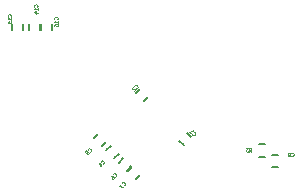
<source format=gbo>
G04 #@! TF.FileFunction,Legend,Bot*
%FSLAX46Y46*%
G04 Gerber Fmt 4.6, Leading zero omitted, Abs format (unit mm)*
G04 Created by KiCad (PCBNEW (2015-02-03 BZR 5404)-product) date Sat 07 Feb 2015 10:18:26 AM CST*
%MOMM*%
G01*
G04 APERTURE LIST*
%ADD10C,0.100000*%
%ADD11C,0.150000*%
%ADD12C,0.076200*%
G04 APERTURE END LIST*
D10*
D11*
X69097499Y-116121348D02*
X69451052Y-116474901D01*
X68779301Y-117146652D02*
X68425748Y-116793099D01*
X64751948Y-112736901D02*
X65105501Y-112383348D01*
X65777252Y-113055099D02*
X65423699Y-113408652D01*
X63280052Y-117885099D02*
X62926499Y-118238652D01*
X62254748Y-117566901D02*
X62608301Y-117213348D01*
X62227252Y-116846099D02*
X61873699Y-117199652D01*
X61201948Y-116527901D02*
X61555501Y-116174348D01*
X64340652Y-118938099D02*
X63987099Y-119291652D01*
X63315348Y-118619901D02*
X63668901Y-118266348D01*
X65088352Y-119672099D02*
X64734799Y-120025652D01*
X64063048Y-119353901D02*
X64416601Y-119000348D01*
X76734500Y-118961000D02*
X76234500Y-118961000D01*
X76234500Y-118011000D02*
X76734500Y-118011000D01*
X55716900Y-107416000D02*
X55716900Y-106916000D01*
X56666900Y-106916000D02*
X56666900Y-107416000D01*
X54225700Y-107402000D02*
X54225700Y-106902000D01*
X55175700Y-106902000D02*
X55175700Y-107402000D01*
X56679500Y-107419000D02*
X56679500Y-106919000D01*
X57629500Y-106919000D02*
X57629500Y-107419000D01*
X75677800Y-118117000D02*
X75177800Y-118117000D01*
X75177800Y-117067000D02*
X75677800Y-117067000D01*
D12*
X69504148Y-116190895D02*
X69504148Y-116211420D01*
X69524673Y-116252474D01*
X69545200Y-116273000D01*
X69586253Y-116293526D01*
X69627305Y-116293526D01*
X69658095Y-116283263D01*
X69709411Y-116252474D01*
X69740200Y-116221684D01*
X69770990Y-116170369D01*
X69781252Y-116139579D01*
X69781253Y-116098527D01*
X69760726Y-116057474D01*
X69740200Y-116036948D01*
X69699147Y-116016421D01*
X69678621Y-116016421D01*
X69278358Y-116006158D02*
X69401516Y-116129316D01*
X69339937Y-116067737D02*
X69555463Y-115852211D01*
X69545200Y-115903527D01*
X69545200Y-115944579D01*
X69555464Y-115975368D01*
X64781295Y-112309052D02*
X64801820Y-112309052D01*
X64842874Y-112288527D01*
X64863400Y-112268000D01*
X64883926Y-112226947D01*
X64883926Y-112185895D01*
X64873663Y-112155105D01*
X64842874Y-112103789D01*
X64812084Y-112073000D01*
X64760769Y-112042210D01*
X64729979Y-112031948D01*
X64688927Y-112031947D01*
X64647874Y-112052474D01*
X64627348Y-112073000D01*
X64606821Y-112114053D01*
X64606821Y-112134579D01*
X64524716Y-112216684D02*
X64504190Y-112216684D01*
X64473400Y-112226948D01*
X64422085Y-112278263D01*
X64411821Y-112309052D01*
X64411821Y-112329578D01*
X64422084Y-112360369D01*
X64442610Y-112380895D01*
X64483663Y-112401420D01*
X64729979Y-112401421D01*
X64596558Y-112534842D01*
X61936495Y-118709852D02*
X61957020Y-118709852D01*
X61998074Y-118689327D01*
X62018600Y-118668800D01*
X62039126Y-118627747D01*
X62039126Y-118586695D01*
X62028863Y-118555905D01*
X61998074Y-118504589D01*
X61967284Y-118473800D01*
X61915969Y-118443010D01*
X61885179Y-118432748D01*
X61844127Y-118432747D01*
X61803074Y-118453274D01*
X61782548Y-118473800D01*
X61762021Y-118514853D01*
X61762021Y-118535379D01*
X61628600Y-118771432D02*
X61772285Y-118915116D01*
X61597810Y-118638010D02*
X61803074Y-118740642D01*
X61669653Y-118874063D01*
X60844295Y-117693852D02*
X60864820Y-117693852D01*
X60905874Y-117673327D01*
X60926400Y-117652800D01*
X60946926Y-117611747D01*
X60946926Y-117570695D01*
X60936663Y-117539905D01*
X60905874Y-117488589D01*
X60875084Y-117457800D01*
X60823769Y-117427010D01*
X60792979Y-117416748D01*
X60751927Y-117416747D01*
X60710874Y-117437274D01*
X60690348Y-117457800D01*
X60669821Y-117498853D01*
X60669821Y-117519379D01*
X60454295Y-117693852D02*
X60556927Y-117591221D01*
X60669822Y-117683590D01*
X60649295Y-117683589D01*
X60618505Y-117693852D01*
X60567190Y-117745168D01*
X60556926Y-117775957D01*
X60556927Y-117796484D01*
X60567189Y-117827274D01*
X60618505Y-117878590D01*
X60649295Y-117888852D01*
X60669821Y-117888852D01*
X60700611Y-117878589D01*
X60751927Y-117827274D01*
X60762190Y-117796483D01*
X60762190Y-117775957D01*
X62977895Y-119802052D02*
X62998420Y-119802052D01*
X63039474Y-119781527D01*
X63060000Y-119761000D01*
X63080526Y-119719947D01*
X63080526Y-119678895D01*
X63070263Y-119648105D01*
X63039474Y-119596789D01*
X63008684Y-119566000D01*
X62957369Y-119535210D01*
X62926579Y-119524948D01*
X62885527Y-119524947D01*
X62844474Y-119545474D01*
X62823948Y-119566000D01*
X62803421Y-119607053D01*
X62803421Y-119627579D01*
X62598158Y-119791790D02*
X62639211Y-119750737D01*
X62670000Y-119740473D01*
X62690526Y-119740473D01*
X62741843Y-119750736D01*
X62793158Y-119781526D01*
X62875264Y-119863632D01*
X62885527Y-119894420D01*
X62885526Y-119914947D01*
X62875264Y-119945737D01*
X62834211Y-119986789D01*
X62803421Y-119997052D01*
X62782895Y-119997052D01*
X62752105Y-119986790D01*
X62700789Y-119935474D01*
X62690527Y-119904684D01*
X62690526Y-119884157D01*
X62700790Y-119853368D01*
X62741843Y-119812315D01*
X62772631Y-119802052D01*
X62793159Y-119802052D01*
X62823948Y-119812315D01*
X63714495Y-120538652D02*
X63735020Y-120538652D01*
X63776074Y-120518127D01*
X63796600Y-120497600D01*
X63817126Y-120456547D01*
X63817126Y-120415495D01*
X63806863Y-120384705D01*
X63776074Y-120333389D01*
X63745284Y-120302600D01*
X63693969Y-120271810D01*
X63663179Y-120261548D01*
X63622127Y-120261547D01*
X63581074Y-120282074D01*
X63560548Y-120302600D01*
X63540021Y-120343653D01*
X63540021Y-120364179D01*
X63447653Y-120415495D02*
X63303969Y-120559179D01*
X63611864Y-120682337D01*
X77901800Y-118041057D02*
X77916314Y-118055571D01*
X77959857Y-118070086D01*
X77988886Y-118070086D01*
X78032429Y-118055571D01*
X78061457Y-118026543D01*
X78075972Y-117997514D01*
X78090486Y-117939457D01*
X78090486Y-117895914D01*
X78075972Y-117837857D01*
X78061457Y-117808829D01*
X78032429Y-117779800D01*
X77988886Y-117765286D01*
X77959857Y-117765286D01*
X77916314Y-117779800D01*
X77901800Y-117794314D01*
X77756657Y-118070086D02*
X77698600Y-118070086D01*
X77669572Y-118055571D01*
X77655057Y-118041057D01*
X77626029Y-117997514D01*
X77611514Y-117939457D01*
X77611514Y-117823343D01*
X77626029Y-117794314D01*
X77640543Y-117779800D01*
X77669572Y-117765286D01*
X77727629Y-117765286D01*
X77756657Y-117779800D01*
X77771172Y-117794314D01*
X77785686Y-117823343D01*
X77785686Y-117895914D01*
X77771172Y-117924943D01*
X77756657Y-117939457D01*
X77727629Y-117953971D01*
X77669572Y-117953971D01*
X77640543Y-117939457D01*
X77626029Y-117924943D01*
X77611514Y-117895914D01*
X56395257Y-105417257D02*
X56409771Y-105402743D01*
X56424286Y-105359200D01*
X56424286Y-105330171D01*
X56409771Y-105286628D01*
X56380743Y-105257600D01*
X56351714Y-105243085D01*
X56293657Y-105228571D01*
X56250114Y-105228571D01*
X56192057Y-105243085D01*
X56163029Y-105257600D01*
X56134000Y-105286628D01*
X56119486Y-105330171D01*
X56119486Y-105359200D01*
X56134000Y-105402743D01*
X56148514Y-105417257D01*
X56424286Y-105707543D02*
X56424286Y-105533371D01*
X56424286Y-105620457D02*
X56119486Y-105620457D01*
X56163029Y-105591428D01*
X56192057Y-105562400D01*
X56206571Y-105533371D01*
X56221086Y-105968800D02*
X56424286Y-105968800D01*
X56104971Y-105896229D02*
X56322686Y-105823657D01*
X56322686Y-106012343D01*
X54160057Y-106255457D02*
X54174571Y-106240943D01*
X54189086Y-106197400D01*
X54189086Y-106168371D01*
X54174571Y-106124828D01*
X54145543Y-106095800D01*
X54116514Y-106081285D01*
X54058457Y-106066771D01*
X54014914Y-106066771D01*
X53956857Y-106081285D01*
X53927829Y-106095800D01*
X53898800Y-106124828D01*
X53884286Y-106168371D01*
X53884286Y-106197400D01*
X53898800Y-106240943D01*
X53913314Y-106255457D01*
X54189086Y-106545743D02*
X54189086Y-106371571D01*
X54189086Y-106458657D02*
X53884286Y-106458657D01*
X53927829Y-106429628D01*
X53956857Y-106400600D01*
X53971371Y-106371571D01*
X53884286Y-106821514D02*
X53884286Y-106676371D01*
X54029429Y-106661857D01*
X54014914Y-106676371D01*
X54000400Y-106705400D01*
X54000400Y-106777971D01*
X54014914Y-106807000D01*
X54029429Y-106821514D01*
X54058457Y-106836029D01*
X54131029Y-106836029D01*
X54160057Y-106821514D01*
X54174571Y-106807000D01*
X54189086Y-106777971D01*
X54189086Y-106705400D01*
X54174571Y-106676371D01*
X54160057Y-106661857D01*
X58097057Y-106484057D02*
X58111571Y-106469543D01*
X58126086Y-106426000D01*
X58126086Y-106396971D01*
X58111571Y-106353428D01*
X58082543Y-106324400D01*
X58053514Y-106309885D01*
X57995457Y-106295371D01*
X57951914Y-106295371D01*
X57893857Y-106309885D01*
X57864829Y-106324400D01*
X57835800Y-106353428D01*
X57821286Y-106396971D01*
X57821286Y-106426000D01*
X57835800Y-106469543D01*
X57850314Y-106484057D01*
X58126086Y-106774343D02*
X58126086Y-106600171D01*
X58126086Y-106687257D02*
X57821286Y-106687257D01*
X57864829Y-106658228D01*
X57893857Y-106629200D01*
X57908371Y-106600171D01*
X57821286Y-107035600D02*
X57821286Y-106977543D01*
X57835800Y-106948514D01*
X57850314Y-106934000D01*
X57893857Y-106904971D01*
X57951914Y-106890457D01*
X58068029Y-106890457D01*
X58097057Y-106904971D01*
X58111571Y-106919486D01*
X58126086Y-106948514D01*
X58126086Y-107006571D01*
X58111571Y-107035600D01*
X58097057Y-107050114D01*
X58068029Y-107064629D01*
X57995457Y-107064629D01*
X57966429Y-107050114D01*
X57951914Y-107035600D01*
X57937400Y-107006571D01*
X57937400Y-106948514D01*
X57951914Y-106919486D01*
X57966429Y-106904971D01*
X57995457Y-106890457D01*
X74345800Y-117689086D02*
X74447400Y-117543943D01*
X74519972Y-117689086D02*
X74519972Y-117384286D01*
X74403857Y-117384286D01*
X74374829Y-117398800D01*
X74360314Y-117413314D01*
X74345800Y-117442343D01*
X74345800Y-117485886D01*
X74360314Y-117514914D01*
X74374829Y-117529429D01*
X74403857Y-117543943D01*
X74519972Y-117543943D01*
X74244200Y-117384286D02*
X74055514Y-117384286D01*
X74157114Y-117500400D01*
X74113572Y-117500400D01*
X74084543Y-117514914D01*
X74070029Y-117529429D01*
X74055514Y-117558457D01*
X74055514Y-117631029D01*
X74070029Y-117660057D01*
X74084543Y-117674571D01*
X74113572Y-117689086D01*
X74200657Y-117689086D01*
X74229686Y-117674571D01*
X74244200Y-117660057D01*
M02*

</source>
